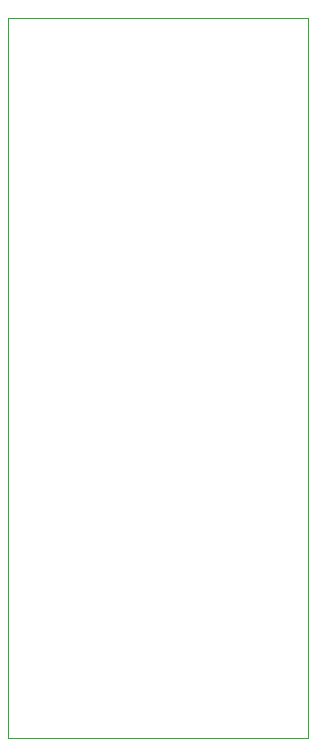
<source format=gbr>
G04 #@! TF.GenerationSoftware,KiCad,Pcbnew,(5.1.5)-3*
G04 #@! TF.CreationDate,2020-05-22T17:47:35+01:00*
G04 #@! TF.ProjectId,BME680,424d4536-3830-42e6-9b69-6361645f7063,rev?*
G04 #@! TF.SameCoordinates,Original*
G04 #@! TF.FileFunction,Profile,NP*
%FSLAX46Y46*%
G04 Gerber Fmt 4.6, Leading zero omitted, Abs format (unit mm)*
G04 Created by KiCad (PCBNEW (5.1.5)-3) date 2020-05-22 17:47:35*
%MOMM*%
%LPD*%
G04 APERTURE LIST*
%ADD10C,0.050000*%
G04 APERTURE END LIST*
D10*
X134620000Y-73660000D02*
X134620000Y-99060000D01*
X160020000Y-73660000D02*
X134620000Y-73660000D01*
X160020000Y-134620000D02*
X160020000Y-73660000D01*
X134620000Y-134620000D02*
X160020000Y-134620000D01*
X134620000Y-99060000D02*
X134620000Y-134620000D01*
M02*

</source>
